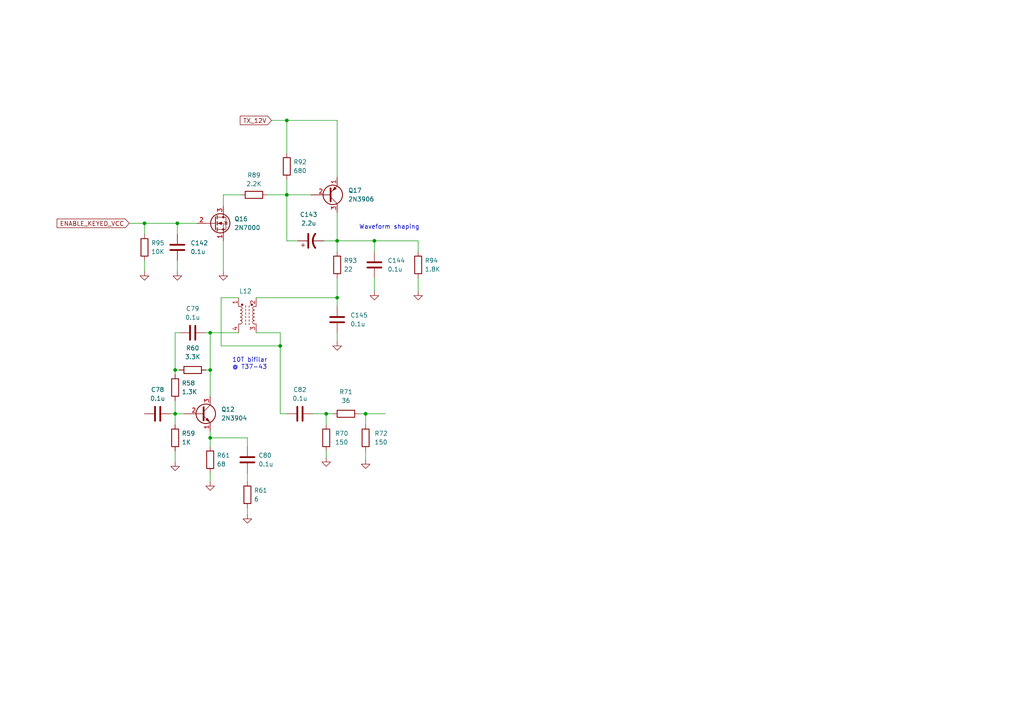
<source format=kicad_sch>
(kicad_sch (version 20230121) (generator eeschema)
  (paper "A4")
  (lib_symbols
    (symbol "Device:C" (pin_numbers hide) (pin_names (offset 0.254))
      (property "Reference" "C" (at 0.635 2.54 0))
      (property "Value" "C" (at 0.635 -2.54 0))
      (symbol "C_0_1"
        (polyline (pts (xy -2.032 -0.762) (xy 2.032 -0.762)) (stroke (width 0.508)))
        (polyline (pts (xy -2.032 0.762) (xy 2.032 0.762)) (stroke (width 0.508)))
      )
      (symbol "C_1_1"
        (pin passive line (at 0 3.81 270) (length 2.794) (name "~") (number "1"))
        (pin passive line (at 0 -3.81 90) (length 2.794) (name "~") (number "2"))
      )
    )
    (symbol "Device:C_Polarized_US" (pin_numbers hide) (pin_names (offset 0.254) hide)
      (property "Reference" "C" (at 0.635 2.54 0))
      (property "Value" "C_Polarized_US" (at 0.635 -2.54 0))
      (symbol "C_Polarized_US_0_1"
        (polyline (pts (xy -2.032 0.762) (xy 2.032 0.762)) (stroke (width 0.508)))
        (polyline (pts (xy -1.778 2.286) (xy -0.762 2.286)))
        (polyline (pts (xy -1.27 1.778) (xy -1.27 2.794)))
        (arc (start 2.032 -1.27) (mid 0 -0.5572) (end -2.032 -1.27) (stroke (width 0.508)))
      )
      (symbol "C_Polarized_US_1_1"
        (pin passive line (at 0 3.81 270) (length 2.794) (name "~") (number "1"))
        (pin passive line (at 0 -3.81 90) (length 3.302) (name "~") (number "2"))
      )
    )
    (symbol "Device:L_Ferrite_Coupled_1423" (pin_names (offset 0.254) hide)
      (property "Reference" "L" (at 0 4.445 0))
      (property "Value" "L_Ferrite_Coupled_1423" (at 0 -4.445 0))
      (symbol "L_Ferrite_Coupled_1423_0_1"
        (circle (center -3.048 -1.27) (radius 0.254) (fill (type outline)))
        (circle (center -3.048 1.524) (radius 0.254) (fill (type outline)))
        (arc (start -2.54 2.032) (mid -2.032 1.5262) (end -1.524 2.032))
        (arc (start -1.524 -2.032) (mid -2.032 -1.5262) (end -2.54 -2.032))
        (arc (start -1.524 2.032) (mid -1.016 1.5262) (end -0.508 2.032))
        (arc (start -0.508 -2.032) (mid -1.016 -1.5262) (end -1.524 -2.032))
        (arc (start -0.508 2.032) (mid 0 1.5262) (end 0.508 2.032))
        (polyline (pts (xy -2.794 -0.508) (xy -2.286 -0.508)))
        (polyline (pts (xy -2.794 0.508) (xy -2.286 0.508)))
        (polyline (pts (xy -2.54 -2.032) (xy -2.54 -2.54)))
        (polyline (pts (xy -2.54 2.032) (xy -2.54 2.54)))
        (polyline (pts (xy -1.778 -0.508) (xy -1.27 -0.508)))
        (polyline (pts (xy -1.778 0.508) (xy -1.27 0.508)))
        (polyline (pts (xy -0.762 -0.508) (xy -0.254 -0.508)))
        (polyline (pts (xy -0.762 0.508) (xy -0.254 0.508)))
        (polyline (pts (xy 0.254 -0.508) (xy 0.762 -0.508)))
        (polyline (pts (xy 0.254 0.508) (xy 0.762 0.508)))
        (polyline (pts (xy 1.27 -0.508) (xy 1.778 -0.508)))
        (polyline (pts (xy 1.27 0.508) (xy 1.778 0.508)))
        (polyline (pts (xy 2.286 -0.508) (xy 2.794 -0.508)))
        (polyline (pts (xy 2.286 0.508) (xy 2.794 0.508)))
        (polyline (pts (xy 2.54 -2.032) (xy 2.54 -2.54)))
        (polyline (pts (xy 2.54 2.54) (xy 2.54 2.032)))
        (arc (start 0.508 -2.032) (mid 0 -1.5262) (end -0.508 -2.032))
        (arc (start 0.508 2.032) (mid 1.016 1.5262) (end 1.524 2.032))
        (arc (start 1.524 -2.032) (mid 1.016 -1.5262) (end 0.508 -2.032))
        (arc (start 1.524 2.032) (mid 2.032 1.5262) (end 2.54 2.032))
        (arc (start 2.54 -2.032) (mid 2.032 -1.5262) (end 1.524 -2.032))
      )
      (symbol "L_Ferrite_Coupled_1423_1_1"
        (pin passive line (at -5.08 2.54 0) (length 2.54) (name "1") (number "1"))
        (pin passive line (at -5.08 -2.54 0) (length 2.54) (name "2") (number "2"))
        (pin passive line (at 5.08 -2.54 180) (length 2.54) (name "3") (number "3"))
        (pin passive line (at 5.08 2.54 180) (length 2.54) (name "4") (number "4"))
      )
    )
    (symbol "Device:R" (pin_numbers hide) (pin_names (offset 0))
      (property "Reference" "R" (at 2.032 0 90))
      (property "Value" "R" (at 0 0 90))
      (symbol "R_0_1"
        (rectangle (start -1.016 -2.54) (end 1.016 2.54) (stroke (width 0.254)))
      )
      (symbol "R_1_1"
        (pin passive line (at 0 3.81 270) (length 1.27) (name "~") (number "1"))
        (pin passive line (at 0 -3.81 90) (length 1.27) (name "~") (number "2"))
      )
    )
    (symbol "Transistor_BJT:2N3904" (pin_names (offset 0) hide)
      (property "Reference" "Q" (at 5.08 1.905 0))
      (property "Value" "2N3904" (at 5.08 0 0))
      (symbol "2N3904_0_1"
        (polyline (pts (xy 0.635 0.635) (xy 2.54 2.54)))
        (polyline (pts (xy 0.635 -0.635) (xy 2.54 -2.54) (xy 2.54 -2.54)))
        (polyline (pts (xy 0.635 1.905) (xy 0.635 -1.905) (xy 0.635 -1.905)) (stroke (width 0.508)))
        (polyline (pts (xy 1.27 -1.778) (xy 1.778 -1.27) (xy 2.286 -2.286) (xy 1.27 -1.778) (xy 1.27 -1.778)) (fill (type outline)))
        (circle (center 1.27 0) (radius 2.8194) (stroke (width 0.254)))
      )
      (symbol "2N3904_1_1"
        (pin passive line (at 2.54 -5.08 90) (length 2.54) (name "E") (number "1"))
        (pin passive line (at -5.08 0 0) (length 5.715) (name "B") (number "2"))
        (pin passive line (at 2.54 5.08 270) (length 2.54) (name "C") (number "3"))
      )
    )
    (symbol "Transistor_BJT:2N3906" (pin_names (offset 0) hide)
      (property "Reference" "Q" (at 5.08 1.905 0))
      (property "Value" "2N3906" (at 5.08 0 0))
      (symbol "2N3906_0_1"
        (polyline (pts (xy 0.635 0.635) (xy 2.54 2.54)))
        (polyline (pts (xy 0.635 -0.635) (xy 2.54 -2.54) (xy 2.54 -2.54)))
        (polyline (pts (xy 0.635 1.905) (xy 0.635 -1.905) (xy 0.635 -1.905)) (stroke (width 0.508)))
        (polyline (pts (xy 2.286 -1.778) (xy 1.778 -2.286) (xy 1.27 -1.27) (xy 2.286 -1.778) (xy 2.286 -1.778)) (fill (type outline)))
        (circle (center 1.27 0) (radius 2.8194) (stroke (width 0.254)))
      )
      (symbol "2N3906_1_1"
        (pin passive line (at 2.54 -5.08 90) (length 2.54) (name "E") (number "1"))
        (pin input line (at -5.08 0 0) (length 5.715) (name "B") (number "2"))
        (pin passive line (at 2.54 5.08 270) (length 2.54) (name "C") (number "3"))
      )
    )
    (symbol "Transistor_FET:2N7000" (pin_names hide)
      (property "Reference" "Q" (at 5.08 1.905 0))
      (property "Value" "2N7000" (at 5.08 0 0))
      (symbol "2N7000_0_1"
        (polyline (pts (xy 0.254 0) (xy -2.54 0)))
        (polyline (pts (xy 0.254 1.905) (xy 0.254 -1.905)) (stroke (width 0.254)))
        (polyline (pts (xy 0.762 -1.27) (xy 0.762 -2.286)) (stroke (width 0.254)))
        (polyline (pts (xy 0.762 0.508) (xy 0.762 -0.508)) (stroke (width 0.254)))
        (polyline (pts (xy 0.762 2.286) (xy 0.762 1.27)) (stroke (width 0.254)))
        (polyline (pts (xy 2.54 2.54) (xy 2.54 1.778)))
        (polyline (pts (xy 2.54 -2.54) (xy 2.54 0) (xy 0.762 0)))
        (polyline (pts (xy 0.762 -1.778) (xy 3.302 -1.778) (xy 3.302 1.778) (xy 0.762 1.778)))
        (polyline (pts (xy 1.016 0) (xy 2.032 0.381) (xy 2.032 -0.381) (xy 1.016 0)) (fill (type outline)))
        (polyline (pts (xy 2.794 0.508) (xy 2.921 0.381) (xy 3.683 0.381) (xy 3.81 0.254)))
        (polyline (pts (xy 3.302 0.381) (xy 2.921 -0.254) (xy 3.683 -0.254) (xy 3.302 0.381)))
        (circle (center 1.651 0) (radius 2.794) (stroke (width 0.254)))
        (circle (center 2.54 -1.778) (radius 0.254) (fill (type outline)))
        (circle (center 2.54 1.778) (radius 0.254) (fill (type outline)))
      )
      (symbol "2N7000_1_1"
        (pin passive line (at 2.54 -5.08 90) (length 2.54) (name "S") (number "1"))
        (pin input line (at -5.08 0 0) (length 2.54) (name "G") (number "2"))
        (pin passive line (at 2.54 5.08 270) (length 2.54) (name "D") (number "3"))
      )
    )
    (symbol "power:GND" (power) (pin_names (offset 0))
      (property "Value" "GND" (at 0 -3.81 0))
      (symbol "GND_0_1"
        (polyline (pts (xy 0 0) (xy 0 -1.27) (xy 1.27 -1.27) (xy 0 -2.54) (xy -1.27 -1.27) (xy 0 -1.27)))
      )
      (symbol "GND_1_1"
        (pin power_in line (at 0 0 270) (length 0) hide (name "GND") (number "1"))
      )
    )
  )
  (junction (at 97.79 69.85))
  (junction (at 50.8 120.015))
  (junction (at 83.185 34.925))
  (junction (at 108.585 69.85))
  (junction (at 81.28 100.33))
  (junction (at 94.615 120.015))
  (junction (at 60.96 107.315))
  (junction (at 50.8 107.315))
  (junction (at 83.185 56.515))
  (junction (at 60.96 127))
  (junction (at 60.96 96.52))
  (junction (at 41.91 64.77))
  (junction (at 51.435 64.77))
  (junction (at 97.79 86.36))
  (junction (at 106.045 120.015))
  (wire (pts (xy 83.185 69.85) (xy 83.185 56.515)))
  (wire (pts (xy 51.435 75.565) (xy 51.435 78.74)))
  (wire (pts (xy 97.79 80.645) (xy 97.79 86.36)))
  (wire (pts (xy 50.8 116.205) (xy 50.8 120.015)))
  (wire (pts (xy 83.185 52.07) (xy 83.185 56.515)))
  (wire (pts (xy 50.8 130.81) (xy 50.8 133.985)))
  (wire (pts (xy 97.79 69.85) (xy 97.79 73.025)))
  (wire (pts (xy 64.77 69.85) (xy 64.77 78.74)))
  (wire (pts (xy 64.135 100.33) (xy 81.28 100.33)))
  (wire (pts (xy 97.79 61.595) (xy 97.79 69.85)))
  (wire (pts (xy 50.8 107.315) (xy 50.8 96.52)))
  (wire (pts (xy 60.96 125.095) (xy 60.96 127)))
  (wire (pts (xy 74.295 96.52) (xy 81.28 96.52)))
  (wire (pts (xy 50.8 120.015) (xy 50.8 123.19)))
  (wire (pts (xy 106.045 120.015) (xy 106.045 123.19)))
  (wire (pts (xy 37.465 64.77) (xy 41.91 64.77)))
  (wire (pts (xy 83.185 56.515) (xy 90.17 56.515)))
  (wire (pts (xy 86.36 69.85) (xy 83.185 69.85)))
  (wire (pts (xy 50.8 107.315) (xy 50.8 108.585)))
  (wire (pts (xy 106.045 130.81) (xy 106.045 133.35)))
  (wire (pts (xy 81.28 100.33) (xy 81.28 120.015)))
  (wire (pts (xy 59.69 96.52) (xy 60.96 96.52)))
  (wire (pts (xy 97.79 86.36) (xy 97.79 88.9)))
  (wire (pts (xy 71.755 127) (xy 71.755 129.54)))
  (wire (pts (xy 51.435 64.77) (xy 51.435 67.945)))
  (wire (pts (xy 60.96 127) (xy 60.96 129.54)))
  (wire (pts (xy 94.615 120.015) (xy 96.52 120.015)))
  (wire (pts (xy 94.615 130.81) (xy 94.615 132.715)))
  (wire (pts (xy 60.96 107.315) (xy 60.96 114.935)))
  (wire (pts (xy 108.585 80.645) (xy 108.585 84.455)))
  (wire (pts (xy 83.185 44.45) (xy 83.185 34.925)))
  (wire (pts (xy 106.045 120.015) (xy 111.76 120.015)))
  (wire (pts (xy 50.8 120.015) (xy 53.34 120.015)))
  (wire (pts (xy 64.135 86.36) (xy 69.215 86.36)))
  (wire (pts (xy 60.96 96.52) (xy 69.215 96.52)))
  (wire (pts (xy 97.79 34.925) (xy 97.79 51.435)))
  (wire (pts (xy 64.77 59.69) (xy 64.77 56.515)))
  (wire (pts (xy 50.8 96.52) (xy 52.07 96.52)))
  (wire (pts (xy 64.77 56.515) (xy 69.85 56.515)))
  (wire (pts (xy 41.91 64.77) (xy 51.435 64.77)))
  (wire (pts (xy 71.755 147.32) (xy 71.755 149.225)))
  (wire (pts (xy 93.98 69.85) (xy 97.79 69.85)))
  (wire (pts (xy 94.615 120.015) (xy 94.615 123.19)))
  (wire (pts (xy 97.79 69.85) (xy 108.585 69.85)))
  (wire (pts (xy 77.47 56.515) (xy 83.185 56.515)))
  (wire (pts (xy 51.435 64.77) (xy 57.15 64.77)))
  (wire (pts (xy 81.28 120.015) (xy 83.185 120.015)))
  (wire (pts (xy 83.185 34.925) (xy 97.79 34.925)))
  (wire (pts (xy 121.285 69.85) (xy 121.285 73.025)))
  (wire (pts (xy 41.91 64.77) (xy 41.91 67.945)))
  (wire (pts (xy 81.28 96.52) (xy 81.28 100.33)))
  (wire (pts (xy 41.91 75.565) (xy 41.91 78.74)))
  (wire (pts (xy 104.14 120.015) (xy 106.045 120.015)))
  (wire (pts (xy 83.185 34.925) (xy 78.74 34.925)))
  (wire (pts (xy 60.96 127) (xy 71.755 127)))
  (wire (pts (xy 74.295 86.36) (xy 97.79 86.36)))
  (wire (pts (xy 108.585 69.85) (xy 121.285 69.85)))
  (wire (pts (xy 60.96 107.315) (xy 60.96 96.52)))
  (wire (pts (xy 121.285 80.645) (xy 121.285 84.455)))
  (wire (pts (xy 59.69 107.315) (xy 60.96 107.315)))
  (wire (pts (xy 64.135 86.36) (xy 64.135 100.33)))
  (wire (pts (xy 108.585 69.85) (xy 108.585 73.025)))
  (wire (pts (xy 90.805 120.015) (xy 94.615 120.015)))
  (wire (pts (xy 97.79 96.52) (xy 97.79 99.06)))
  (wire (pts (xy 60.96 137.16) (xy 60.96 139.7)))
  (wire (pts (xy 49.53 120.015) (xy 50.8 120.015)))
  (wire (pts (xy 71.755 137.16) (xy 71.755 139.7)))
  (wire (pts (xy 52.07 107.315) (xy 50.8 107.315)))
  (text "10T bifilar\n@ T37-43" (at 67.31 107.315 0) (effects (font (size 1.27 1.27)) (justify left bottom)))
  (text "Waveform shaping\n" (at 104.14 66.675 0) (effects (font (size 1.27 1.27)) (justify left bottom)))
  (global_label "ENABLE_KEYED_VCC" (shape input) (at 37.465 64.77 180) (property "Intersheetrefs" "${INTERSHEET_REFS}" (effects hide)))
  (global_label "TX_12V" (shape input) (at 78.74 34.925 180) (property "Intersheetrefs" "${INTERSHEET_REFS}" (effects hide)))
  (symbol (lib_id "power:GND") (at 71.755 149.225 0) (unit 1)
    (property "Reference" "#PWR0130" (effects hide))
    (property "Value" "GND" (effects hide))
    (instances (project "hbr-mk2" (path "" (reference "#PWR0130") (unit 1)) (path "" (reference "#PWR0248") (unit 1)) (path "" (reference "#PWR0248") (unit 1))))
  )
  (symbol (lib_id "Device:C") (at 71.755 133.35 180) (unit 1)
    (property "Reference" "C80" (at 74.93 132.08 0) (effects (justify right)))
    (property "Value" "0.1u" (at 74.93 134.62 0) (effects (justify right)))
    (instances (project "hbr-mk2" (path "" (reference "C80") (unit 1)) (path "" (reference "C148") (unit 1)) (path "" (reference "C148") (unit 1))))
  )
  (symbol (lib_id "Transistor_BJT:2N3906") (at 95.25 56.515 0) (mirror x) (unit 1)
    (property "Reference" "Q17" (at 100.965 55.245 0) (effects (justify left)))
    (property "Value" "2N3906" (at 100.965 57.785 0) (effects (justify left)))
    (property "Footprint" "Package_TO_SOT_THT:TO-92_Inline" (effects hide))
    (property "Datasheet" "https://www.onsemi.com/pub/Collateral/2N3906-D.PDF" (effects hide))
  )
  (symbol (lib_id "Transistor_FET:2N7000") (at 62.23 64.77 0) (unit 1)
    (property "Reference" "Q16" (at 67.945 63.5 0) (effects (justify left)))
    (property "Value" "2N7000" (at 67.945 66.04 0) (effects (justify left)))
    (property "Footprint" "Package_TO_SOT_THT:TO-92_Inline" (effects hide))
    (property "Datasheet" "https://www.vishay.com/docs/70226/70226.pdf" (effects hide))
  )
  (symbol (lib_id "Device:R") (at 50.8 112.395 0) (unit 1)
    (property "Reference" "R58" (at 52.705 111.125 0) (effects (justify left)))
    (property "Value" "1.3K" (at 52.705 113.665 0) (effects (justify left)))
    (instances (project "hbr-mk2" (path "" (reference "R58") (unit 1)) (path "" (reference "R96") (unit 1)) (path "" (reference "R96") (unit 1))))
  )
  (symbol (lib_id "power:GND") (at 108.585 84.455 0) (unit 1)
    (property "Reference" "#PWR0242" (effects hide))
    (property "Value" "GND" (effects hide))
  )
  (symbol (lib_id "Device:C") (at 45.72 120.015 90) (unit 1)
    (property "Reference" "C78" (at 45.72 113.03 90))
    (property "Value" "0.1u" (at 45.72 115.57 90))
    (instances (project "hbr-mk2" (path "" (reference "C78") (unit 1)) (path "" (reference "C146") (unit 1)) (path "" (reference "C146") (unit 1))))
  )
  (symbol (lib_id "Device:C") (at 86.995 120.015 90) (unit 1)
    (property "Reference" "C82" (at 86.995 113.03 90))
    (property "Value" "0.1u" (at 86.995 115.57 90))
    (instances (project "hbr-mk2" (path "" (reference "C82") (unit 1)) (path "" (reference "C150") (unit 1)) (path "" (reference "C150") (unit 1))))
  )
  (symbol (lib_id "Device:R") (at 83.185 48.26 0) (unit 1)
    (property "Reference" "R92" (at 85.09 46.99 0) (effects (justify left)))
    (property "Value" "680" (at 85.09 49.53 0) (effects (justify left)))
  )
  (symbol (lib_id "power:GND") (at 51.435 78.74 0) (unit 1)
    (property "Reference" "#PWR0226" (effects hide))
    (property "Value" "GND" (effects hide))
  )
  (symbol (lib_id "Transistor_BJT:2N3904") (at 58.42 120.015 0) (unit 1)
    (property "Reference" "Q12" (at 64.135 118.745 0) (effects (justify left)))
    (property "Value" "2N3904" (at 64.135 121.285 0) (effects (justify left)))
    (property "Footprint" "Package_TO_SOT_THT:TO-92_Inline" (effects hide))
    (property "Datasheet" "https://www.onsemi.com/pub/Collateral/2N3903-D.PDF" (effects hide))
    (instances (project "hbr-mk2" (path "" (reference "Q12") (unit 1)) (path "" (reference "Q18") (unit 1)) (path "" (reference "Q18") (unit 1))))
  )
  (symbol (lib_id "Device:R") (at 41.91 71.755 0) (unit 1)
    (property "Reference" "R95" (at 43.815 70.485 0) (effects (justify left)))
    (property "Value" "10K" (at 43.815 73.025 0) (effects (justify left)))
  )
  (symbol (lib_id "Device:R") (at 50.8 127 0) (unit 1)
    (property "Reference" "R59" (at 52.705 125.73 0) (effects (justify left)))
    (property "Value" "1K" (at 52.705 128.27 0) (effects (justify left)))
    (instances (project "hbr-mk2" (path "" (reference "R59") (unit 1)) (path "" (reference "R97") (unit 1)) (path "" (reference "R97") (unit 1))))
  )
  (symbol (lib_id "Device:R") (at 100.33 120.015 90) (unit 1)
    (property "Reference" "R71" (at 100.33 113.665 90))
    (property "Value" "36" (at 100.33 116.205 90))
    (instances (project "hbr-mk2" (path "" (reference "R71") (unit 1)) (path "" (reference "R103") (unit 1)) (path "" (reference "R103") (unit 1))))
  )
  (symbol (lib_id "Device:C") (at 108.585 76.835 0) (unit 1)
    (property "Reference" "C144" (at 112.395 75.565 0) (effects (justify left)))
    (property "Value" "0.1u" (at 112.395 78.105 0) (effects (justify left)))
  )
  (symbol (lib_id "Device:C") (at 97.79 92.71 0) (unit 1)
    (property "Reference" "C145" (at 101.6 91.44 0) (effects (justify left)))
    (property "Value" "0.1u" (at 101.6 93.98 0) (effects (justify left)))
  )
  (symbol (lib_id "power:GND") (at 121.285 84.455 0) (unit 1)
    (property "Reference" "#PWR0243" (effects hide))
    (property "Value" "GND" (effects hide))
  )
  (symbol (lib_id "power:GND") (at 41.91 78.74 0) (unit 1)
    (property "Reference" "#PWR0244" (effects hide))
    (property "Value" "GND" (effects hide))
  )
  (symbol (lib_id "Device:R") (at 121.285 76.835 0) (unit 1)
    (property "Reference" "R94" (at 123.19 75.565 0) (effects (justify left)))
    (property "Value" "1.8K" (at 123.19 78.105 0) (effects (justify left)))
  )
  (symbol (lib_id "Device:R") (at 73.66 56.515 90) (unit 1)
    (property "Reference" "R89" (at 73.66 50.8 90))
    (property "Value" "2.2K" (at 73.66 53.34 90))
  )
  (symbol (lib_id "power:GND") (at 50.8 133.985 0) (unit 1)
    (property "Reference" "#PWR0129" (effects hide))
    (property "Value" "GND" (effects hide))
    (instances (project "hbr-mk2" (path "" (reference "#PWR0129") (unit 1)) (path "" (reference "#PWR0246") (unit 1)) (path "" (reference "#PWR0246") (unit 1))))
  )
  (symbol (lib_id "Device:R") (at 106.045 127 0) (unit 1)
    (property "Reference" "R72" (at 108.585 125.73 0) (effects (justify left)))
    (property "Value" "150" (at 108.585 128.27 0) (effects (justify left)))
    (instances (project "hbr-mk2" (path "" (reference "R72") (unit 1)) (path "" (reference "R104") (unit 1)) (path "" (reference "R104") (unit 1))))
  )
  (symbol (lib_id "power:GND") (at 94.615 132.715 0) (unit 1)
    (property "Reference" "#PWR0139" (effects hide))
    (property "Value" "GND" (effects hide))
    (instances (project "hbr-mk2" (path "" (reference "#PWR0139") (unit 1)) (path "" (reference "#PWR0250") (unit 1)) (path "" (reference "#PWR0250") (unit 1))))
  )
  (symbol (lib_id "Device:R") (at 55.88 107.315 90) (unit 1)
    (property "Reference" "R60" (at 55.88 100.965 90))
    (property "Value" "3.3K" (at 55.88 103.505 90))
    (instances (project "hbr-mk2" (path "" (reference "R60") (unit 1)) (path "" (reference "R98") (unit 1)) (path "" (reference "R98") (unit 1))))
  )
  (symbol (lib_id "power:GND") (at 97.79 99.06 0) (unit 1)
    (property "Reference" "#PWR0245" (effects hide))
    (property "Value" "GND" (effects hide))
  )
  (symbol (lib_id "Device:C") (at 55.88 96.52 90) (unit 1)
    (property "Reference" "C79" (at 55.88 89.535 90))
    (property "Value" "0.1u" (at 55.88 92.075 90))
    (instances (project "hbr-mk2" (path "" (reference "C79") (unit 1)) (path "" (reference "C147") (unit 1)) (path "" (reference "C147") (unit 1))))
  )
  (symbol (lib_id "power:GND") (at 60.96 139.7 0) (unit 1)
    (property "Reference" "#PWR0130" (effects hide))
    (property "Value" "GND" (effects hide))
    (instances (project "hbr-mk2" (path "" (reference "#PWR0130") (unit 1)) (path "" (reference "#PWR0247") (unit 1)) (path "" (reference "#PWR0247") (unit 1))))
  )
  (symbol (lib_id "Device:R") (at 94.615 127 0) (unit 1)
    (property "Reference" "R70" (at 97.155 125.73 0) (effects (justify left)))
    (property "Value" "150" (at 97.155 128.27 0) (effects (justify left)))
    (instances (project "hbr-mk2" (path "" (reference "R70") (unit 1)) (path "" (reference "R102") (unit 1)) (path "" (reference "R102") (unit 1))))
  )
  (symbol (lib_id "Device:C") (at 51.435 71.755 0) (unit 1)
    (property "Reference" "C142" (at 55.245 70.485 0) (effects (justify left)))
    (property "Value" "0.1u" (at 55.245 73.025 0) (effects (justify left)))
  )
  (symbol (lib_id "Device:C_Polarized_US") (at 90.17 69.85 90) (unit 1)
    (property "Reference" "C143" (at 89.535 62.23 90))
    (property "Value" "2.2u" (at 89.535 64.77 90))
  )
  (symbol (lib_id "Device:R") (at 97.79 76.835 0) (unit 1)
    (property "Reference" "R93" (at 99.695 75.565 0) (effects (justify left)))
    (property "Value" "22" (at 99.695 78.105 0) (effects (justify left)))
  )
  (symbol (lib_id "power:GND") (at 64.77 78.74 0) (unit 1)
    (property "Reference" "#PWR0241" (effects hide))
    (property "Value" "GND" (effects hide))
  )
  (symbol (lib_id "Device:R") (at 60.96 133.35 0) (unit 1)
    (property "Reference" "R61" (at 62.865 132.08 0) (effects (justify left)))
    (property "Value" "68" (at 62.865 134.62 0) (effects (justify left)))
    (instances (project "hbr-mk2" (path "" (reference "R61") (unit 1)) (path "" (reference "R99") (unit 1)) (path "" (reference "R99") (unit 1))))
  )
  (symbol (lib_id "power:GND") (at 106.045 133.35 0) (unit 1)
    (property "Reference" "#PWR0140" (effects hide))
    (property "Value" "GND" (effects hide))
    (instances (project "hbr-mk2" (path "" (reference "#PWR0140") (unit 1)) (path "" (reference "#PWR0251") (unit 1)) (path "" (reference "#PWR0251") (unit 1))))
  )
  (symbol (lib_id "Device:L_Ferrite_Coupled_1423") (at 71.755 91.44 90) (mirror x) (unit 1)
    (property "Reference" "L12" (at 73.025 84.455 90) (effects (justify left)))
    (property "Value" "L_Ferrite_Coupled_1423" (effects hide))
    (instances (project "hbr-mk2" (path "" (reference "L12") (unit 1)) (path "" (reference "L14") (unit 1)) (path "" (reference "L32") (unit 1)) (path "" (reference "L32") (unit 1))))
  )
  (symbol (lib_id "Device:R") (at 71.755 143.51 0) (unit 1)
    (property "Reference" "R61" (at 73.66 142.24 0) (effects (justify left)))
    (property "Value" "6" (at 73.66 144.78 0) (effects (justify left)))
    (instances (project "hbr-mk2" (path "" (reference "R61") (unit 1)) (path "" (reference "R100") (unit 1)) (path "" (reference "R100") (unit 1))))
  )
)
</source>
